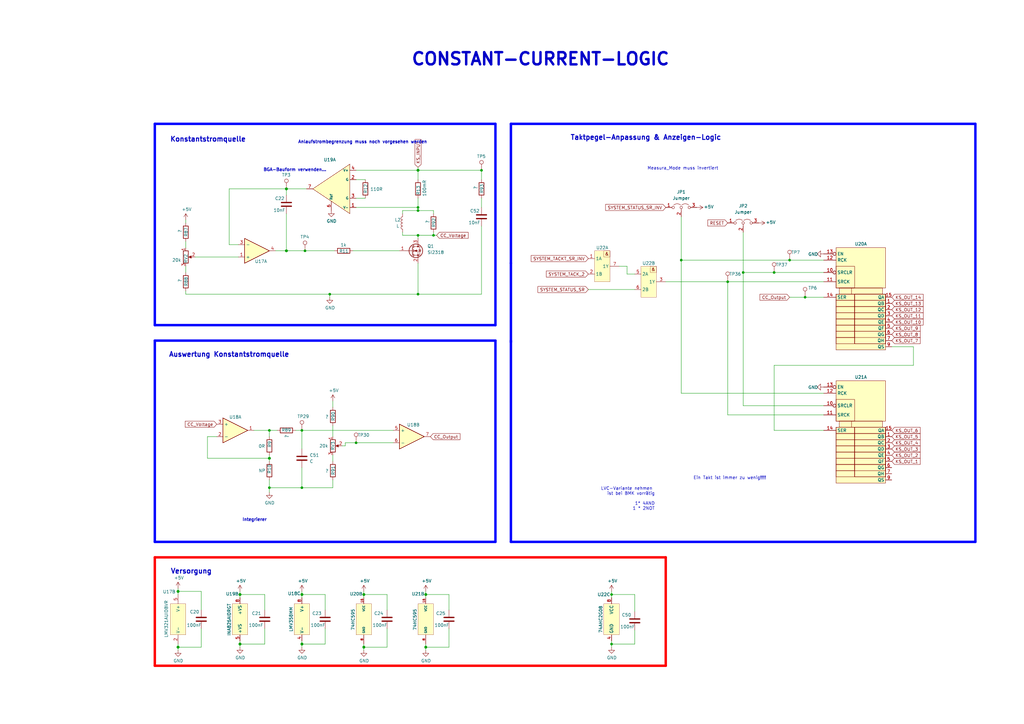
<source format=kicad_sch>
(kicad_sch (version 20210126) (generator eeschema)
  (paper "A3")
  (junction (at 73.025 242.57) (diameter 1.016))
  (junction (at 73.025 265.43) (diameter 1.016))
  (junction (at 98.425 243.84) (diameter 1.016))
  (junction (at 98.425 264.16) (diameter 1.016))
  (junction (at 110.49 176.53) (diameter 0.9144))
  (junction (at 110.49 187.96) (diameter 1.016))
  (junction (at 110.49 200.025) (diameter 0.9144))
  (junction (at 117.475 77.47) (diameter 1.016))
  (junction (at 117.475 102.87) (diameter 1.016))
  (junction (at 123.825 176.53) (diameter 0.9144))
  (junction (at 123.825 200.025) (diameter 0.9144))
  (junction (at 123.825 243.84) (diameter 1.016))
  (junction (at 123.825 264.16) (diameter 1.016))
  (junction (at 125.095 102.87) (diameter 0.9144))
  (junction (at 135.255 120.65) (diameter 0.9144))
  (junction (at 146.05 181.61) (diameter 0.9144))
  (junction (at 149.225 243.84) (diameter 1.016))
  (junction (at 149.225 265.43) (diameter 1.016))
  (junction (at 171.45 69.85) (diameter 1.016))
  (junction (at 171.45 85.09) (diameter 0.9144))
  (junction (at 171.45 86.36) (diameter 0.9144))
  (junction (at 171.45 96.52) (diameter 0.9144))
  (junction (at 171.45 120.65) (diameter 0.9144))
  (junction (at 174.625 243.84) (diameter 1.016))
  (junction (at 174.625 265.43) (diameter 1.016))
  (junction (at 177.8 96.52) (diameter 0.9144))
  (junction (at 197.485 69.85) (diameter 0.9144))
  (junction (at 250.825 243.84) (diameter 0.9144))
  (junction (at 250.825 264.16) (diameter 0.9144))
  (junction (at 279.4 106.68) (diameter 0.9144))
  (junction (at 298.45 115.57) (diameter 0.9144))
  (junction (at 304.8 111.76) (diameter 0.9144))
  (junction (at 317.5 111.76) (diameter 0.9144))
  (junction (at 323.85 106.68) (diameter 0.9144))
  (junction (at 330.2 121.92) (diameter 0.9144))
  (wire (pts (xy 73.025 241.3) (xy 73.025 242.57)))
  (wire (pts (xy 73.025 242.57) (xy 73.025 243.84)))
  (wire (pts (xy 73.025 264.16) (xy 73.025 265.43)))
  (wire (pts (xy 73.025 265.43) (xy 73.025 266.7)))
  (wire (pts (xy 76.2 90.17) (xy 76.2 91.44)))
  (wire (pts (xy 76.2 99.06) (xy 76.2 101.6)))
  (wire (pts (xy 76.2 109.22) (xy 76.2 111.76)))
  (wire (pts (xy 76.2 119.38) (xy 76.2 120.65)))
  (wire (pts (xy 76.2 120.65) (xy 135.255 120.65)))
  (wire (pts (xy 80.01 105.41) (xy 97.79 105.41)))
  (wire (pts (xy 82.55 242.57) (xy 73.025 242.57)))
  (wire (pts (xy 82.55 250.19) (xy 82.55 242.57)))
  (wire (pts (xy 82.55 257.81) (xy 82.55 265.43)))
  (wire (pts (xy 82.55 265.43) (xy 73.025 265.43)))
  (wire (pts (xy 85.09 179.07) (xy 85.09 187.96)))
  (wire (pts (xy 85.09 179.07) (xy 88.9 179.07)))
  (wire (pts (xy 85.09 187.96) (xy 110.49 187.96)))
  (wire (pts (xy 93.98 77.47) (xy 93.98 100.33)))
  (wire (pts (xy 93.98 77.47) (xy 117.475 77.47)))
  (wire (pts (xy 93.98 100.33) (xy 97.79 100.33)))
  (wire (pts (xy 98.425 242.57) (xy 98.425 243.84)))
  (wire (pts (xy 98.425 243.84) (xy 98.425 245.11)))
  (wire (pts (xy 98.425 264.16) (xy 98.425 262.89)))
  (wire (pts (xy 98.425 264.16) (xy 98.425 265.43)))
  (wire (pts (xy 104.14 176.53) (xy 110.49 176.53)))
  (wire (pts (xy 108.585 243.84) (xy 98.425 243.84)))
  (wire (pts (xy 108.585 250.19) (xy 108.585 243.84)))
  (wire (pts (xy 108.585 257.81) (xy 108.585 264.16)))
  (wire (pts (xy 108.585 264.16) (xy 98.425 264.16)))
  (wire (pts (xy 110.49 176.53) (xy 110.49 179.07)))
  (wire (pts (xy 110.49 176.53) (xy 113.665 176.53)))
  (wire (pts (xy 110.49 186.69) (xy 110.49 187.96)))
  (wire (pts (xy 110.49 187.96) (xy 110.49 189.23)))
  (wire (pts (xy 110.49 196.85) (xy 110.49 200.025)))
  (wire (pts (xy 110.49 200.025) (xy 110.49 201.93)))
  (wire (pts (xy 110.49 200.025) (xy 123.825 200.025)))
  (wire (pts (xy 113.03 102.87) (xy 117.475 102.87)))
  (wire (pts (xy 117.475 77.47) (xy 117.475 80.01)))
  (wire (pts (xy 117.475 77.47) (xy 125.73 77.47)))
  (wire (pts (xy 117.475 87.63) (xy 117.475 102.87)))
  (wire (pts (xy 117.475 102.87) (xy 125.095 102.87)))
  (wire (pts (xy 121.285 176.53) (xy 123.825 176.53)))
  (wire (pts (xy 123.825 176.53) (xy 123.825 184.15)))
  (wire (pts (xy 123.825 176.53) (xy 161.29 176.53)))
  (wire (pts (xy 123.825 191.77) (xy 123.825 200.025)))
  (wire (pts (xy 123.825 200.025) (xy 136.525 200.025)))
  (wire (pts (xy 123.825 242.57) (xy 123.825 243.84)))
  (wire (pts (xy 123.825 243.84) (xy 123.825 245.11)))
  (wire (pts (xy 123.825 262.89) (xy 123.825 264.16)))
  (wire (pts (xy 123.825 264.16) (xy 123.825 265.43)))
  (wire (pts (xy 125.095 102.87) (xy 137.16 102.87)))
  (wire (pts (xy 133.35 243.84) (xy 123.825 243.84)))
  (wire (pts (xy 133.35 250.19) (xy 133.35 243.84)))
  (wire (pts (xy 133.35 257.81) (xy 133.35 264.16)))
  (wire (pts (xy 133.35 264.16) (xy 123.825 264.16)))
  (wire (pts (xy 135.255 120.65) (xy 135.255 121.92)))
  (wire (pts (xy 135.255 120.65) (xy 171.45 120.65)))
  (wire (pts (xy 136.525 164.465) (xy 136.525 167.005)))
  (wire (pts (xy 136.525 174.625) (xy 136.525 179.07)))
  (wire (pts (xy 136.525 186.69) (xy 136.525 189.23)))
  (wire (pts (xy 136.525 196.85) (xy 136.525 200.025)))
  (wire (pts (xy 140.335 182.88) (xy 141.605 182.88)))
  (wire (pts (xy 141.605 181.61) (xy 141.605 182.88)))
  (wire (pts (xy 141.605 181.61) (xy 146.05 181.61)))
  (wire (pts (xy 144.78 102.87) (xy 163.83 102.87)))
  (wire (pts (xy 146.05 69.85) (xy 171.45 69.85)))
  (wire (pts (xy 146.05 73.66) (xy 149.86 73.66)))
  (wire (pts (xy 146.05 81.28) (xy 149.86 81.28)))
  (wire (pts (xy 146.05 85.09) (xy 171.45 85.09)))
  (wire (pts (xy 146.05 181.61) (xy 161.29 181.61)))
  (wire (pts (xy 149.225 242.57) (xy 149.225 243.84)))
  (wire (pts (xy 149.225 243.84) (xy 149.225 245.11)))
  (wire (pts (xy 149.225 264.16) (xy 149.225 265.43)))
  (wire (pts (xy 149.225 265.43) (xy 149.225 266.7)))
  (wire (pts (xy 158.75 243.84) (xy 149.225 243.84)))
  (wire (pts (xy 158.75 250.19) (xy 158.75 243.84)))
  (wire (pts (xy 158.75 257.81) (xy 158.75 265.43)))
  (wire (pts (xy 158.75 265.43) (xy 149.225 265.43)))
  (wire (pts (xy 165.1 86.36) (xy 171.45 86.36)))
  (wire (pts (xy 165.1 87.63) (xy 165.1 86.36)))
  (wire (pts (xy 165.1 95.25) (xy 165.1 96.52)))
  (wire (pts (xy 165.1 96.52) (xy 171.45 96.52)))
  (wire (pts (xy 171.45 68.58) (xy 171.45 69.85)))
  (wire (pts (xy 171.45 69.85) (xy 171.45 73.66)))
  (wire (pts (xy 171.45 69.85) (xy 197.485 69.85)))
  (wire (pts (xy 171.45 81.28) (xy 171.45 85.09)))
  (wire (pts (xy 171.45 85.09) (xy 171.45 86.36)))
  (wire (pts (xy 171.45 86.36) (xy 177.8 86.36)))
  (wire (pts (xy 171.45 96.52) (xy 171.45 97.79)))
  (wire (pts (xy 171.45 96.52) (xy 177.8 96.52)))
  (wire (pts (xy 171.45 107.95) (xy 171.45 120.65)))
  (wire (pts (xy 174.625 242.57) (xy 174.625 243.84)))
  (wire (pts (xy 174.625 243.84) (xy 174.625 245.11)))
  (wire (pts (xy 174.625 264.16) (xy 174.625 265.43)))
  (wire (pts (xy 174.625 265.43) (xy 174.625 266.7)))
  (wire (pts (xy 177.8 87.63) (xy 177.8 86.36)))
  (wire (pts (xy 177.8 95.25) (xy 177.8 96.52)))
  (wire (pts (xy 177.8 96.52) (xy 179.07 96.52)))
  (wire (pts (xy 184.15 243.84) (xy 174.625 243.84)))
  (wire (pts (xy 184.15 250.19) (xy 184.15 243.84)))
  (wire (pts (xy 184.15 257.81) (xy 184.15 265.43)))
  (wire (pts (xy 184.15 265.43) (xy 174.625 265.43)))
  (wire (pts (xy 197.485 69.85) (xy 197.485 73.66)))
  (wire (pts (xy 197.485 81.28) (xy 197.485 85.09)))
  (wire (pts (xy 197.485 92.71) (xy 197.485 120.65)))
  (wire (pts (xy 197.485 120.65) (xy 171.45 120.65)))
  (wire (pts (xy 241.3 118.745) (xy 260.35 118.745)))
  (wire (pts (xy 250.825 242.57) (xy 250.825 243.84)))
  (wire (pts (xy 250.825 243.84) (xy 250.825 245.11)))
  (wire (pts (xy 250.825 262.89) (xy 250.825 264.16)))
  (wire (pts (xy 250.825 264.16) (xy 250.825 265.43)))
  (wire (pts (xy 254 109.22) (xy 257.175 109.22)))
  (wire (pts (xy 257.175 109.22) (xy 257.175 112.395)))
  (wire (pts (xy 257.175 112.395) (xy 260.35 112.395)))
  (wire (pts (xy 260.35 243.84) (xy 250.825 243.84)))
  (wire (pts (xy 260.35 250.825) (xy 260.35 243.84)))
  (wire (pts (xy 260.35 258.445) (xy 260.35 264.16)))
  (wire (pts (xy 260.35 264.16) (xy 250.825 264.16)))
  (wire (pts (xy 273.05 115.57) (xy 298.45 115.57)))
  (wire (pts (xy 279.4 88.9) (xy 279.4 106.68)))
  (wire (pts (xy 279.4 106.68) (xy 279.4 161.29)))
  (wire (pts (xy 279.4 106.68) (xy 323.85 106.68)))
  (wire (pts (xy 279.4 161.29) (xy 337.82 161.29)))
  (wire (pts (xy 298.45 115.57) (xy 298.45 170.18)))
  (wire (pts (xy 298.45 115.57) (xy 337.82 115.57)))
  (wire (pts (xy 298.45 170.18) (xy 337.82 170.18)))
  (wire (pts (xy 304.8 111.76) (xy 304.8 95.25)))
  (wire (pts (xy 304.8 111.76) (xy 317.5 111.76)))
  (wire (pts (xy 304.8 166.37) (xy 304.8 111.76)))
  (wire (pts (xy 317.5 111.76) (xy 337.82 111.76)))
  (wire (pts (xy 317.5 149.86) (xy 317.5 176.53)))
  (wire (pts (xy 317.5 176.53) (xy 337.82 176.53)))
  (wire (pts (xy 323.85 106.68) (xy 337.82 106.68)))
  (wire (pts (xy 323.85 121.92) (xy 330.2 121.92)))
  (wire (pts (xy 330.2 121.92) (xy 337.82 121.92)))
  (wire (pts (xy 337.82 166.37) (xy 304.8 166.37)))
  (wire (pts (xy 365.76 142.24) (xy 374.65 142.24)))
  (wire (pts (xy 374.65 142.24) (xy 374.65 149.86)))
  (wire (pts (xy 374.65 149.86) (xy 317.5 149.86)))
  (polyline (pts (xy 63.5 50.8) (xy 63.5 133.35)) (stroke (width 1) (type solid) (color 0 0 255 1)))
  (polyline (pts (xy 63.5 50.8) (xy 203.2 50.8)) (stroke (width 1) (type solid) (color 0 0 255 1)))
  (polyline (pts (xy 63.5 139.7) (xy 63.5 222.25)) (stroke (width 1) (type solid) (color 0 0 255 1)))
  (polyline (pts (xy 63.5 139.7) (xy 203.2 139.7)) (stroke (width 1) (type solid) (color 0 0 255 1)))
  (polyline (pts (xy 63.5 228.6) (xy 63.5 273.05)) (stroke (width 1) (type solid) (color 255 0 0 1)))
  (polyline (pts (xy 63.5 228.6) (xy 273.05 228.6)) (stroke (width 1) (type solid) (color 255 0 0 1)))
  (polyline (pts (xy 63.5 273.05) (xy 273.05 273.05)) (stroke (width 1) (type solid) (color 255 0 0 1)))
  (polyline (pts (xy 203.2 50.8) (xy 203.2 133.35)) (stroke (width 1) (type solid) (color 0 0 255 1)))
  (polyline (pts (xy 203.2 133.35) (xy 63.5 133.35)) (stroke (width 1) (type solid) (color 0 0 255 1)))
  (polyline (pts (xy 203.2 139.7) (xy 203.2 222.25)) (stroke (width 1) (type solid) (color 0 0 255 1)))
  (polyline (pts (xy 203.2 222.25) (xy 63.5 222.25)) (stroke (width 1) (type solid) (color 0 0 255 1)))
  (polyline (pts (xy 209.55 50.8) (xy 209.55 107.95)) (stroke (width 1) (type solid) (color 0 0 255 1)))
  (polyline (pts (xy 209.55 50.8) (xy 400.05 50.8)) (stroke (width 1) (type solid) (color 0 0 255 1)))
  (polyline (pts (xy 209.55 139.7) (xy 209.55 222.25)) (stroke (width 1) (type solid) (color 0 0 255 1)))
  (polyline (pts (xy 209.55 140.335) (xy 209.55 107.95)) (stroke (width 1) (type solid) (color 0 0 255 1)))
  (polyline (pts (xy 209.55 222.25) (xy 400.05 222.25)) (stroke (width 1) (type solid) (color 0 0 255 1)))
  (polyline (pts (xy 273.05 273.05) (xy 273.05 228.6)) (stroke (width 1) (type solid) (color 255 0 0 1)))
  (polyline (pts (xy 400.05 222.25) (xy 400.05 50.8)) (stroke (width 1) (type solid) (color 0 0 255 1)))
  (text "Versorgung\n" (at 86.995 235.585 180) (effects (font (size 2 2) (thickness 0.4) bold) (justify right bottom)))
  (text "Konstantstromquelle\n" (at 100.965 58.42 180) (effects (font (size 2 2) (thickness 0.4) bold) (justify right bottom)))
  (text "Integrierer \n" (at 110.49 213.995 180) (effects (font (size 1.27 1.27) (thickness 0.254) bold) (justify right bottom)))
  (text "Auswertung Konstantstromquelle\n" (at 118.745 146.685 180) (effects (font (size 2 2) (thickness 0.4) bold) (justify right bottom)))
  (text "BGA-Bauform verwenden...\n" (at 133.985 70.485 180) (effects (font (size 1.27 1.27) (thickness 0.254) bold) (justify right bottom)))
  (text "Anlaufstrombegrenzung muss noch vorgesehen werden\n" (at 175.26 59.055 0) (effects (font (size 1.27 1.27) (thickness 0.254) bold) (justify right bottom)))
  (text "LVC-Variante nehmen \nist bei BMK vorrätig\n\n1* 4AND\n1 * 2NOT\n\n" (at 268.605 211.455 0) (effects (font (size 1.27 1.27)) (justify right bottom)))
  (text "CONSTANT-CURRENT-LOGIC\n" (at 274.955 27.305 180) (effects (font (size 5 5) (thickness 1) bold) (justify right bottom)))
  (text "Measura_Mode muss invertiert\n" (at 294.64 69.85 180) (effects (font (size 1.27 1.27)) (justify right bottom)))
  (text "Taktpegel-Anpassung & Anzeigen-Logic\n\n \n" (at 295.91 64.135 180) (effects (font (size 2 2) (thickness 0.4) bold) (justify right bottom)))
  (text "Ein Takt ist immer zu wenig!!!!\n" (at 314.325 196.85 180) (effects (font (size 1.27 1.27)) (justify right bottom)))
  (global_label "CC_Voltage" (shape input) (at 88.9 173.99 180) (property "Intersheet References" "${INTERSHEET_REFS}" (effects hide)))
  (global_label "KS_INPUT" (shape input) (at 171.45 68.58 90) (property "Intersheet References" "${INTERSHEET_REFS}" (effects hide)))
  (global_label "CC_Output" (shape input) (at 176.53 179.07 0) (property "Intersheet References" "${INTERSHEET_REFS}" (effects hide)))
  (global_label "CC_Voltage" (shape input) (at 179.07 96.52 0) (property "Intersheet References" "${INTERSHEET_REFS}" (effects hide)))
  (global_label "SYSTEM_TACKT_SR_INV" (shape input) (at 241.3 106.045 180) (property "Intersheet References" "${INTERSHEET_REFS}" (effects hide)))
  (global_label "SYSTEM_TACK_2" (shape input) (at 241.3 112.395 180) (property "Intersheet References" "${INTERSHEET_REFS}" (effects hide)))
  (global_label "SYSTEM_STATUS_SR" (shape input) (at 241.3 118.745 180) (property "Intersheet References" "${INTERSHEET_REFS}" (effects hide)))
  (global_label "SYSTEM_STATUS_SR_INV" (shape input) (at 273.05 85.09 180) (property "Intersheet References" "${INTERSHEET_REFS}" (effects hide)))
  (global_label "RESET" (shape input) (at 298.45 91.44 180) (property "Intersheet References" "${INTERSHEET_REFS}" (effects hide)))
  (global_label "CC_Output" (shape input) (at 323.85 121.92 180) (property "Intersheet References" "${INTERSHEET_REFS}" (effects hide)))
  (global_label "KS_OUT_14" (shape input) (at 365.76 121.92 0) (property "Intersheet References" "${INTERSHEET_REFS}" (effects hide)))
  (global_label "KS_OUT_13" (shape input) (at 365.76 124.46 0) (property "Intersheet References" "${INTERSHEET_REFS}" (effects hide)))
  (global_label "KS_OUT_12" (shape input) (at 365.76 127 0) (property "Intersheet References" "${INTERSHEET_REFS}" (effects hide)))
  (global_label "KS_OUT_11" (shape input) (at 365.76 129.54 0) (property "Intersheet References" "${INTERSHEET_REFS}" (effects hide)))
  (global_label "KS_OUT_10" (shape input) (at 365.76 132.08 0) (property "Intersheet References" "${INTERSHEET_REFS}" (effects hide)))
  (global_label "KS_OUT_9" (shape input) (at 365.76 134.62 0) (property "Intersheet References" "${INTERSHEET_REFS}" (effects hide)))
  (global_label "KS_OUT_8" (shape input) (at 365.76 137.16 0) (property "Intersheet References" "${INTERSHEET_REFS}" (effects hide)))
  (global_label "KS_OUT_7" (shape input) (at 365.76 139.7 0) (property "Intersheet References" "${INTERSHEET_REFS}" (effects hide)))
  (global_label "KS_OUT_6" (shape input) (at 365.76 176.53 0) (property "Intersheet References" "${INTERSHEET_REFS}" (effects hide)))
  (global_label "KS_OUT_5" (shape input) (at 365.76 179.07 0) (property "Intersheet References" "${INTERSHEET_REFS}" (effects hide)))
  (global_label "KS_OUT_4" (shape input) (at 365.76 181.61 0) (property "Intersheet References" "${INTERSHEET_REFS}" (effects hide)))
  (global_label "KS_OUT_3" (shape input) (at 365.76 184.15 0) (property "Intersheet References" "${INTERSHEET_REFS}" (effects hide)))
  (global_label "KS_OUT_2" (shape input) (at 365.76 186.69 0) (property "Intersheet References" "${INTERSHEET_REFS}" (effects hide)))
  (global_label "KS_OUT_1" (shape input) (at 365.76 189.23 0) (property "Intersheet References" "${INTERSHEET_REFS}" (effects hide)))
  (symbol (lib_id "Connector:TestPoint") (at 117.475 77.47 0) (unit 1)
    (property "Reference" "TP3" (at 115.57 71.755 0) (effects (justify left)))
    (property "Value" "TestPoint" (effects hide))
    (property "Footprint" "TestPoint:TestPoint_Pad_D1.0mm" (effects hide))
    (property "BMK-Nr" "-" (effects hide))
    (property "Mouser" "-" (effects hide))
  )
  (symbol (lib_id "Connector:TestPoint") (at 123.825 176.53 0) (unit 1)
    (property "Reference" "TP29" (at 121.92 170.815 0) (effects (justify left)))
    (property "Value" "TestPoint" (effects hide))
    (property "Footprint" "TestPoint:TestPoint_Pad_D1.0mm" (effects hide))
    (property "BMK-Nr" "-" (effects hide))
    (property "Mouser" "-" (effects hide))
  )
  (symbol (lib_id "Connector:TestPoint") (at 125.095 102.87 0) (unit 1)
    (property "Reference" "TP4" (at 123.19 97.155 0) (effects (justify left)))
    (property "Value" "TestPoint" (effects hide))
    (property "Footprint" "TestPoint:TestPoint_Pad_D1.0mm" (effects hide))
    (property "BMK-Nr" "-" (effects hide))
    (property "Mouser" "-" (effects hide))
  )
  (symbol (lib_id "Connector:TestPoint") (at 146.05 181.61 0) (unit 1)
    (property "Reference" "TP30" (at 146.685 178.435 0) (effects (justify left)))
    (property "Value" "TestPoint" (effects hide))
    (property "Footprint" "TestPoint:TestPoint_Pad_D1.0mm" (effects hide))
    (property "BMK-Nr" "-" (effects hide))
    (property "Mouser" "-" (effects hide))
  )
  (symbol (lib_id "Connector:TestPoint") (at 197.485 69.85 0) (unit 1)
    (property "Reference" "TP5" (at 195.58 64.135 0) (effects (justify left)))
    (property "Value" "TestPoint" (effects hide))
    (property "Footprint" "TestPoint:TestPoint_Pad_D1.0mm" (effects hide))
    (property "BMK-Nr" "-" (effects hide))
    (property "Mouser" "-" (effects hide))
  )
  (symbol (lib_id "Connector:TestPoint") (at 298.45 115.57 0) (unit 1)
    (property "Reference" "TP36" (at 299.085 112.395 0) (effects (justify left)))
    (property "Value" "TestPoint" (effects hide))
    (property "Footprint" "TestPoint:TestPoint_Pad_D1.0mm" (effects hide))
    (property "BMK-Nr" "-" (effects hide))
    (property "Mouser" "-" (effects hide))
  )
  (symbol (lib_id "Connector:TestPoint") (at 317.5 111.76 0) (unit 1)
    (property "Reference" "TP37" (at 318.135 108.585 0) (effects (justify left)))
    (property "Value" "TestPoint" (effects hide))
    (property "Footprint" "TestPoint:TestPoint_Pad_D1.0mm" (effects hide))
    (property "BMK-Nr" "-" (effects hide))
    (property "Mouser" "-" (effects hide))
  )
  (symbol (lib_id "Connector:TestPoint") (at 323.85 106.68 0) (unit 1)
    (property "Reference" "TP7" (at 324.485 103.505 0) (effects (justify left)))
    (property "Value" "TestPoint" (effects hide))
    (property "Footprint" "TestPoint:TestPoint_Pad_D1.0mm" (effects hide))
    (property "BMK-Nr" "-" (effects hide))
    (property "Mouser" "-" (effects hide))
  )
  (symbol (lib_id "Connector:TestPoint") (at 330.2 121.92 0) (unit 1)
    (property "Reference" "TP6" (at 331.47 118.11 0) (effects (justify left)))
    (property "Value" "TestPoint" (effects hide))
    (property "Footprint" "TestPoint:TestPoint_Pad_D1.0mm" (effects hide))
    (property "BMK-Nr" "-" (effects hide))
    (property "Mouser" "-" (effects hide))
  )
  (symbol (lib_id "power:+5V") (at 73.025 241.3 0) (unit 1)
    (property "Reference" "#PWR051" (effects hide))
    (property "Value" "+5V" (at 73.3933 236.9756 0))
  )
  (symbol (lib_id "power:+5V") (at 76.2 90.17 0) (unit 1)
    (property "Reference" "#PWR053" (effects hide))
    (property "Value" "+5V" (at 76.5683 85.8456 0))
  )
  (symbol (lib_id "power:+5V") (at 98.425 242.57 0) (unit 1)
    (property "Reference" "#PWR054" (effects hide))
    (property "Value" "+5V" (at 98.7933 238.2456 0))
  )
  (symbol (lib_id "power:+5V") (at 123.825 242.57 0) (unit 1)
    (property "Reference" "#PWR057" (effects hide))
    (property "Value" "+5V" (at 124.1933 238.2456 0))
  )
  (symbol (lib_id "power:+5V") (at 136.525 164.465 0) (unit 1)
    (property "Reference" "#PWR059" (effects hide))
    (property "Value" "+5V" (at 136.8933 160.1406 0))
  )
  (symbol (lib_id "power:+5V") (at 149.225 242.57 0) (unit 1)
    (property "Reference" "#PWR062" (effects hide))
    (property "Value" "+5V" (at 149.5933 238.2456 0))
  )
  (symbol (lib_id "power:+5V") (at 174.625 242.57 0) (unit 1)
    (property "Reference" "#PWR064" (effects hide))
    (property "Value" "+5V" (at 174.9933 238.2456 0))
  )
  (symbol (lib_id "power:+5V") (at 250.825 242.57 0) (unit 1)
    (property "Reference" "#PWR023" (effects hide))
    (property "Value" "+5V" (at 251.1933 238.2456 0))
  )
  (symbol (lib_id "power:+5V") (at 285.75 85.09 270) (unit 1)
    (property "Reference" "#PWR0124" (effects hide))
    (property "Value" "+5V" (at 290.7094 84.8233 90))
  )
  (symbol (lib_id "power:+5V") (at 311.15 91.44 270) (unit 1)
    (property "Reference" "#PWR0125" (effects hide))
    (property "Value" "+5V" (at 316.1094 91.1733 90))
  )
  (symbol (lib_id "Device:L") (at 165.1 91.44 0) (mirror y) (unit 1)
    (property "Reference" "L2" (at 161.925 90.17 0) (effects (justify right)))
    (property "Value" "L" (at 162.56 92.71 0) (effects (justify right)))
    (property "Footprint" "Inductor_SMD:L_TDK_NLV32_3.2x2.5mm" (effects hide))
  )
  (symbol (lib_id "power:GND") (at 73.025 266.7 0) (unit 1)
    (property "Reference" "#PWR052" (effects hide))
    (property "Value" "GND" (at 73.1393 271.0244 0))
  )
  (symbol (lib_id "power:GND") (at 98.425 265.43 0) (unit 1)
    (property "Reference" "#PWR055" (effects hide))
    (property "Value" "GND" (at 98.5393 269.7544 0))
  )
  (symbol (lib_id "power:GND") (at 110.49 201.93 0) (unit 1)
    (property "Reference" "#PWR056" (effects hide))
    (property "Value" "GND" (at 110.6043 206.2544 0))
  )
  (symbol (lib_id "power:GND") (at 123.825 265.43 0) (unit 1)
    (property "Reference" "#PWR058" (effects hide))
    (property "Value" "GND" (at 123.9393 269.7544 0))
  )
  (symbol (lib_id "power:GND") (at 135.255 121.92 0) (unit 1)
    (property "Reference" "#PWR060" (effects hide))
    (property "Value" "GND" (at 135.3693 126.2444 0))
  )
  (symbol (lib_id "power:GND") (at 135.89 86.36 0) (unit 1)
    (property "Reference" "#PWR061" (effects hide))
    (property "Value" "GND" (at 136.0043 90.6844 0))
  )
  (symbol (lib_id "power:GND") (at 149.225 266.7 0) (unit 1)
    (property "Reference" "#PWR063" (effects hide))
    (property "Value" "GND" (at 149.3393 271.0244 0))
  )
  (symbol (lib_id "power:GND") (at 174.625 266.7 0) (unit 1)
    (property "Reference" "#PWR065" (effects hide))
    (property "Value" "GND" (at 174.7393 271.0244 0))
  )
  (symbol (lib_id "power:GND") (at 250.825 265.43 0) (unit 1)
    (property "Reference" "#PWR024" (effects hide))
    (property "Value" "GND" (at 250.9393 269.7544 0))
  )
  (symbol (lib_id "power:GND") (at 337.82 104.14 270) (unit 1)
    (property "Reference" "#PWR070" (effects hide))
    (property "Value" "GND" (at 333.4956 104.2543 90))
  )
  (symbol (lib_id "power:GND") (at 337.82 158.75 270) (unit 1)
    (property "Reference" "#PWR072" (effects hide))
    (property "Value" "GND" (at 333.4956 158.8643 90))
  )
  (symbol (lib_id "Device:R") (at 76.2 95.25 180) (unit 1)
    (property "Reference" "R87" (at 76.3269 93.2244 90) (effects (justify left)))
    (property "Value" "?" (at 73.787 94.101 90) (effects (justify left)))
    (property "Footprint" "Resistor_SMD:R_0603_1608Metric_Pad0.98x0.95mm_HandSolder" (effects hide))
    (property "BMK-Nr" "BS" (effects hide))
    (property "Mouser" "-" (effects hide))
  )
  (symbol (lib_id "Device:R") (at 76.2 115.57 180) (unit 1)
    (property "Reference" "R88" (at 76.3269 113.5444 90) (effects (justify left)))
    (property "Value" "?" (at 73.787 114.421 90) (effects (justify left)))
    (property "Footprint" "Resistor_SMD:R_0603_1608Metric_Pad0.98x0.95mm_HandSolder" (effects hide))
    (property "BMK-Nr" "BS" (effects hide))
    (property "Mouser" "-" (effects hide))
  )
  (symbol (lib_name "Device:R_1") (lib_id "Device:R") (at 110.49 182.88 180) (unit 1)
    (property "Reference" "R9" (at 110.6169 180.8544 90) (effects (justify left)))
    (property "Value" "0R" (at 108.712 183.001 0) (effects (justify left)))
    (property "Footprint" "Resistor_SMD:R_0603_1608Metric_Pad0.98x0.95mm_HandSolder" (effects hide))
    (property "BMK-Nr" "BS" (effects hide))
    (property "Mouser" "-" (effects hide))
  )
  (symbol (lib_name "Device:R_2") (lib_id "Device:R") (at 110.49 193.04 0) (unit 1)
    (property "Reference" "R10" (at 110.49 194.31 90) (effects (justify left)))
    (property "Value" "NP" (at 106.045 193.04 0) (effects (justify left)))
    (property "Footprint" "Resistor_SMD:R_0603_1608Metric_Pad0.98x0.95mm_HandSolder" (effects hide))
    (property "BMK-Nr" "BS" (effects hide))
    (property "Mouser" "-" (effects hide))
  )
  (symbol (lib_name "Device:R_1") (lib_id "Device:R") (at 117.475 176.53 270) (unit 1)
    (property "Reference" "R89" (at 115.4494 176.4031 90) (effects (justify left)))
    (property "Value" "?" (at 117.596 178.308 0) (effects (justify left)))
    (property "Footprint" "Resistor_SMD:R_0603_1608Metric_Pad0.98x0.95mm_HandSolder" (effects hide))
    (property "BMK-Nr" "BS" (effects hide))
    (property "Mouser" "-" (effects hide))
  )
  (symbol (lib_name "Device:R_1") (lib_id "Device:R") (at 136.525 170.815 180) (unit 1)
    (property "Reference" "R90" (at 136.6519 168.7894 90) (effects (justify left)))
    (property "Value" "?" (at 134.747 170.936 0) (effects (justify left)))
    (property "Footprint" "Resistor_SMD:R_0603_1608Metric_Pad0.98x0.95mm_HandSolder" (effects hide))
    (property "BMK-Nr" "BS" (effects hide))
    (property "Mouser" "-" (effects hide))
  )
  (symbol (lib_name "Device:R_1") (lib_id "Device:R") (at 136.525 193.04 180) (unit 1)
    (property "Reference" "R91" (at 136.6519 191.0144 90) (effects (justify left)))
    (property "Value" "?" (at 134.747 193.161 0) (effects (justify left)))
    (property "Footprint" "Resistor_SMD:R_0603_1608Metric_Pad0.98x0.95mm_HandSolder" (effects hide))
    (property "BMK-Nr" "BS" (effects hide))
    (property "Mouser" "-" (effects hide))
  )
  (symbol (lib_id "Device:R") (at 140.97 102.87 90) (unit 1)
    (property "Reference" "R11" (at 142.9956 102.9969 90) (effects (justify left)))
    (property "Value" "1k" (at 142.119 100.457 90) (effects (justify left)))
    (property "Footprint" "Resistor_SMD:R_0603_1608Metric_Pad0.98x0.95mm_HandSolder" (effects hide))
    (property "BMK-Nr" "BS" (effects hide))
    (property "Mouser" "-" (effects hide))
  )
  (symbol (lib_name "Device:R_4") (lib_id "Device:R") (at 149.86 77.47 180) (unit 1)
    (property "Reference" "R12" (at 149.9869 75.4444 90) (effects (justify left)))
    (property "Value" "110R" (at 156.972 77.591 0) (effects (justify left)))
    (property "Footprint" "Resistor_SMD:R_0603_1608Metric_Pad0.98x0.95mm_HandSolder" (effects hide))
    (property "BMK-Nr" "BS" (effects hide))
    (property "Mouser" "-" (effects hide))
  )
  (symbol (lib_name "Device:R_3") (lib_id "Device:R") (at 171.45 77.47 180) (unit 1)
    (property "Reference" "R13" (at 171.5769 76.0794 90) (effects (justify left)))
    (property "Value" "100mR" (at 174.117 73.781 90) (effects (justify left)))
    (property "Footprint" "Resistor_SMD:R_1206_3216Metric_Pad1.30x1.75mm_HandSolder" (effects hide))
    (property "BMK-Nr" "01-1901-3" (effects hide))
    (property "Mouser" "-" (effects hide))
  )
  (symbol (lib_id "Device:R") (at 177.8 91.44 180) (unit 1)
    (property "Reference" "R92" (at 177.9269 89.4144 90) (effects (justify left)))
    (property "Value" "?" (at 175.387 90.291 90) (effects (justify left)))
    (property "Footprint" "Resistor_SMD:R_0603_1608Metric_Pad0.98x0.95mm_HandSolder" (effects hide))
    (property "BMK-Nr" "BS" (effects hide))
    (property "Mouser" "-" (effects hide))
  )
  (symbol (lib_id "Device:R") (at 197.485 77.47 180) (unit 1)
    (property "Reference" "R93" (at 197.6119 75.4444 90) (effects (justify left)))
    (property "Value" "?" (at 195.072 76.321 90) (effects (justify left)))
    (property "Footprint" "Resistor_SMD:R_0603_1608Metric_Pad0.98x0.95mm_HandSolder" (effects hide))
    (property "BMK-Nr" "BS" (effects hide))
    (property "Mouser" "-" (effects hide))
  )
  (symbol (lib_name "Device:C_2") (lib_id "Device:C") (at 82.55 254 0) (unit 1)
    (property "Reference" "C20" (at 77.8511 250.9456 0) (effects (justify left)))
    (property "Value" "100nF" (at 76.581 256.419 0) (effects (justify left)))
    (property "Footprint" "Capacitor_SMD:C_0603_1608Metric_Pad1.08x0.95mm_HandSolder" (effects hide))
    (property "BMK-Nr" "BS" (effects hide))
  )
  (symbol (lib_name "Device:C_4") (lib_id "Device:C") (at 108.585 254 0) (unit 1)
    (property "Reference" "C21" (at 103.2511 251.5806 0) (effects (justify left)))
    (property "Value" "100nF" (at 101.981 256.419 0) (effects (justify left)))
    (property "Footprint" "Capacitor_SMD:C_0603_1608Metric_Pad1.08x0.95mm_HandSolder" (effects hide))
    (property "BMK-Nr" "BS" (effects hide))
  )
  (symbol (lib_name "Device:C_6") (lib_id "Device:C") (at 117.475 83.82 0) (unit 1)
    (property "Reference" "C22" (at 112.7761 81.4006 0) (effects (justify left)))
    (property "Value" "10nF" (at 112.141 86.239 0) (effects (justify left)))
    (property "Footprint" "Capacitor_SMD:C_0603_1608Metric_Pad1.08x0.95mm_HandSolder" (effects hide))
    (property "BMK-Nr" "BS" (effects hide))
  )
  (symbol (lib_name "Device:C_9") (lib_id "Device:C") (at 123.825 187.96 0) (unit 1)
    (property "Reference" "C51" (at 127 186.69 0) (effects (justify left)))
    (property "Value" "C" (at 127 189.23 0) (effects (justify left)))
    (property "Footprint" "Capacitor_SMD:C_0603_1608Metric_Pad1.08x0.95mm_HandSolder" (effects hide))
  )
  (symbol (lib_name "Device:C_3") (lib_id "Device:C") (at 133.35 254 0) (unit 1)
    (property "Reference" "C23" (at 128.0161 251.5806 0) (effects (justify left)))
    (property "Value" "100nF" (at 127.381 256.419 0) (effects (justify left)))
    (property "Footprint" "Capacitor_SMD:C_0603_1608Metric_Pad1.08x0.95mm_HandSolder" (effects hide))
    (property "BMK-Nr" "BS" (effects hide))
  )
  (symbol (lib_name "Device:C_1") (lib_id "Device:C") (at 158.75 254 0) (unit 1)
    (property "Reference" "C24" (at 153.4161 251.5806 0) (effects (justify left)))
    (property "Value" "100nF" (at 152.781 256.419 0) (effects (justify left)))
    (property "Footprint" "Capacitor_SMD:C_0603_1608Metric_Pad1.08x0.95mm_HandSolder" (effects hide))
    (property "BMK-Nr" "BS" (effects hide))
  )
  (symbol (lib_name "Device:C_5") (lib_id "Device:C") (at 184.15 254 0) (unit 1)
    (property "Reference" "C25" (at 178.8161 251.5806 0) (effects (justify left)))
    (property "Value" "100nF" (at 178.181 256.419 0) (effects (justify left)))
    (property "Footprint" "Capacitor_SMD:C_0603_1608Metric_Pad1.08x0.95mm_HandSolder" (effects hide))
    (property "BMK-Nr" "BS" (effects hide))
  )
  (symbol (lib_name "Device:C_6") (lib_id "Device:C") (at 197.485 88.9 0) (unit 1)
    (property "Reference" "C52" (at 192.7861 86.4806 0) (effects (justify left)))
    (property "Value" "10nF" (at 192.151 91.319 0) (effects (justify left)))
    (property "Footprint" "Capacitor_SMD:C_0603_1608Metric_Pad1.08x0.95mm_HandSolder" (effects hide))
    (property "BMK-Nr" "BS" (effects hide))
  )
  (symbol (lib_name "Device:C_8") (lib_id "Device:C") (at 260.35 254.635 0) (unit 1)
    (property "Reference" "C50" (at 255.0161 252.2156 0) (effects (justify left)))
    (property "Value" "100nF" (at 254.381 257.054 0) (effects (justify left)))
    (property "Footprint" "Capacitor_SMD:C_0603_1608Metric_Pad1.08x0.95mm_HandSolder" (effects hide))
    (property "BMK-Nr" "BS" (effects hide))
  )
  (symbol (lib_id "Device:R_Potentiometer") (at 76.2 105.41 0) (unit 1)
    (property "Reference" "RV2" (at 76.2 104.14 90) (effects (justify right)))
    (property "Value" "20k" (at 74.295 106.68 0) (effects (justify right)))
    (property "Footprint" "Potentiometer_THT:Potentiometer_ACP_CA6-H2,5_Horizontal" (effects hide))
  )
  (symbol (lib_id "Device:R_Potentiometer") (at 136.525 182.88 0) (unit 1)
    (property "Reference" "RV3" (at 136.525 180.975 90) (effects (justify right)))
    (property "Value" "20k" (at 134.62 182.88 0) (effects (justify right)))
    (property "Footprint" "Potentiometer_THT:Potentiometer_ACP_CA6-H2,5_Horizontal" (effects hide))
  )
  (symbol (lib_id "Jumper:Jumper_3_Open") (at 279.4 85.09 0) (unit 1)
    (property "Reference" "JP1" (at 279.4 78.74 0))
    (property "Value" "Jumper" (at 279.4 81.28 0))
    (property "Footprint" "Jumper:SolderJumper-3_P1.3mm_Open_RoundedPad1.0x1.5mm" (effects hide))
  )
  (symbol (lib_id "Jumper:Jumper_3_Open") (at 304.8 91.44 0) (unit 1)
    (property "Reference" "JP2" (at 304.8 84.455 0))
    (property "Value" "Jumper" (at 304.8 86.995 0))
    (property "Footprint" "Jumper:SolderJumper-3_P1.3mm_Open_RoundedPad1.0x1.5mm" (effects hide))
  )
  (symbol (lib_id "Transistor_FET:BSS123") (at 168.91 102.87 0) (unit 1)
    (property "Reference" "Q1" (at 175.26 100.965 0) (effects (justify left)))
    (property "Value" "SI2318" (at 175.26 103.505 0) (effects (justify left)))
    (property "Footprint" "Package_TO_SOT_SMD:SOT-23" (effects hide))
    (property "Datasheet" "http://www.diodes.com/assets/Datasheets/ds30366.pdf" (effects hide))
    (property "BMK-Nr" "08-8668" (effects hide))
    (property "Mouser" "781-SI2318CDS-T1-GE3" (effects hide))
  )
  (symbol (lib_name "Kabeltester:INA826AIDRGT_1") (lib_id "Kabeltester:INA826AIDRGT") (at 98.425 254 0) (mirror y) (unit 2)
    (property "Reference" "U19" (at 95.25 243.5668 0))
    (property "Value" "INA826AIDRGT" (at 93.98 254.1205 90))
    (property "Footprint" "Package_DFN_QFN:DFN-8-1EP_2x2mm_P0.5mm_EP0.6x1.2mm" (effects hide))
    (property "Datasheet" "https://www.ti.com/lit/ds/symlink/ina826.pdf?HQS=dis-mous-null-mousermode-dsf-pf-null-wwe&ts=1614456081708&ref_url=https%253A%252F%252Fwww.mouser.de%252F" (effects hide))
    (property "BMK-Nr" "07-1477 / 07-2138" (effects hide))
    (property "Mouser" "595-INA826AIDGK" (effects hide))
  )
  (symbol (lib_name "Kabeltester:LMV358MM_1") (lib_id "Kabeltester:LMV358MM") (at 123.825 254 0) (unit 3)
    (property "Reference" "U18" (at 120.65 243.4398 0))
    (property "Value" "LMV358MM" (at 119.38 253.9935 90))
    (property "Footprint" "Package_SO:SOIC-8_3.9x4.9mm_P1.27mm" (effects hide))
    (property "Datasheet" "https://www.ti.com/lit/ds/symlink/lmv358-n.pdf?HQS=dis-mous-null-mousermode-dsf-pf-null-wwe&ts=1614455074608&ref_url=https%253A%252F%252Fwww.mouser.de%252F" (effects hide))
    (property "BMK-Nr" "11-0573" (effects hide))
    (property "Mouser" "926-LMV358MMX/NOPB" (effects hide))
  )
  (symbol (lib_id "Kabeltester:74AHC2G08") (at 250.825 254 0) (unit 3)
    (property "Reference" "U22" (at 247.65 243.84 0))
    (property "Value" "74AHC2G08" (at 246.38 254 90))
    (property "Footprint" "Package_SO:VSSOP-8_2.4x2.1mm_P0.5mm" (effects hide))
    (property "Datasheet" "https://www.mouser.de/datasheet/2/916/74AHC_AHCT2G08-1318688.pdf" (effects hide))
    (property "BMK-Nr" "-" (effects hide))
    (property "Mouser" "771-AHC2G08DC125" (effects hide))
  )
  (symbol (lib_name "Kabeltester:74HC595_1") (lib_id "Kabeltester:74HC595") (at 149.225 254 0) (unit 2)
    (property "Reference" "U20" (at 146.05 243.5668 0))
    (property "Value" "74HC595" (at 144.78 254.1205 90))
    (property "Footprint" "Package_SO:TSSOP-16_4.4x5mm_P0.65mm" (effects hide))
    (property "Datasheet" "https://www.ti.com/lit/ds/symlink/sn74hc595.pdf?HQS=dis-mous-null-mousermode-dsf-pf-null-wwe&ts=1614415789163" (effects hide))
    (property "BMK-Nr" "06-0831" (effects hide))
    (property "Mouser" "595-CD74HC595M96" (effects hide))
  )
  (symbol (lib_name "Kabeltester:74HC595_2") (lib_id "Kabeltester:74HC595") (at 174.625 254 0) (unit 2)
    (property "Reference" "U21" (at 171.45 243.5668 0))
    (property "Value" "74HC595" (at 170.18 254.1205 90))
    (property "Footprint" "Package_SO:TSSOP-16_4.4x5mm_P0.65mm" (effects hide))
    (property "Datasheet" "https://www.ti.com/lit/ds/symlink/sn74hc595.pdf?HQS=dis-mous-null-mousermode-dsf-pf-null-wwe&ts=1614415789163" (effects hide))
    (property "BMK-Nr" "06-0831" (effects hide))
    (property "Mouser" "595-CD74HC595M96" (effects hide))
  )
  (symbol (lib_name "Kabeltester:LMV321AUIDBVR_1") (lib_id "Kabeltester:LMV321AUIDBVR") (at 73.025 254 0) (mirror y) (unit 2)
    (property "Reference" "U17" (at 72.0089 242.6906 0) (effects (justify left)))
    (property "Value" "LMV321AUIDBVR" (at 68.199 261.499 90) (effects (justify left)))
    (property "Footprint" "Package_TO_SOT_SMD:SOT-23-5_HandSoldering" (effects hide))
    (property "Datasheet" "https://www.ti.com/lit/ds/symlink/lmv321a.pdf" (effects hide))
    (property "BMK-Nr" "11-1946" (effects hide))
    (property "Mouser" "595-LMV321AUIDBVR" (effects hide))
  )
  (symbol (lib_name "Kabeltester:LMV358MM_2") (lib_id "Kabeltester:LMV358MM") (at 95.25 176.53 0) (unit 1)
    (property "Reference" "U18" (at 96.52 171.0498 0))
    (property "Value" "LMV358MM" (effects hide))
    (property "Footprint" "Package_SO:SOIC-8_3.9x4.9mm_P1.27mm" (effects hide))
    (property "Datasheet" "https://www.ti.com/lit/ds/symlink/lmv358-n.pdf?HQS=dis-mous-null-mousermode-dsf-pf-null-wwe&ts=1614455074608&ref_url=https%253A%252F%252Fwww.mouser.de%252F" (effects hide))
    (property "BMK-Nr" "11-0573" (effects hide))
    (property "Mouser" "926-LMV358MMX/NOPB" (effects hide))
  )
  (symbol (lib_id "Kabeltester:LMV321AUIDBVR") (at 104.775 102.87 0) (mirror x) (unit 1)
    (property "Reference" "U17" (at 104.5211 107.1944 0) (effects (justify left)))
    (property "Value" "LMV321AUIDBVR" (effects hide))
    (property "Footprint" "Package_TO_SOT_SMD:SOT-23-5_HandSoldering" (effects hide))
    (property "Datasheet" "https://www.ti.com/lit/ds/symlink/lmv321a.pdf" (effects hide))
    (property "BMK-Nr" "11-1946" (effects hide))
    (property "Mouser" "595-LMV321AUIDBVR" (effects hide))
  )
  (symbol (lib_id "Kabeltester:LMV358MM") (at 167.64 179.07 0) (unit 2)
    (property "Reference" "U18" (at 169.545 174.2248 0))
    (property "Value" "LMV358MM" (effects hide))
    (property "Footprint" "Package_SO:SOIC-8_3.9x4.9mm_P1.27mm" (effects hide))
    (property "Datasheet" "https://www.ti.com/lit/ds/symlink/lmv358-n.pdf?HQS=dis-mous-null-mousermode-dsf-pf-null-wwe&ts=1614455074608&ref_url=https%253A%252F%252Fwww.mouser.de%252F" (effects hide))
    (property "BMK-Nr" "11-0573" (effects hide))
    (property "Mouser" "926-LMV358MMX/NOPB" (effects hide))
  )
  (symbol (lib_id "Kabeltester:74AHC2G08") (at 247.015 109.22 0) (unit 1)
    (property "Reference" "U22" (at 247.015 101.6 0))
    (property "Value" "74AHC2G08" (effects hide))
    (property "Footprint" "Package_SO:VSSOP-8_2.4x2.1mm_P0.5mm" (effects hide))
    (property "Datasheet" "https://www.mouser.de/datasheet/2/916/74AHC_AHCT2G08-1318688.pdf" (effects hide))
    (property "BMK-Nr" "-" (effects hide))
    (property "Mouser" "771-AHC2G08DC125" (effects hide))
  )
  (symbol (lib_id "Kabeltester:74AHC2G08") (at 266.065 115.57 0) (unit 2)
    (property "Reference" "U22" (at 266.065 107.95 0))
    (property "Value" "74AHC2G08" (effects hide))
    (property "Footprint" "Package_SO:VSSOP-8_2.4x2.1mm_P0.5mm" (effects hide))
    (property "Datasheet" "https://www.mouser.de/datasheet/2/916/74AHC_AHCT2G08-1318688.pdf" (effects hide))
    (property "BMK-Nr" "-" (effects hide))
    (property "Mouser" "771-AHC2G08DC125" (effects hide))
  )
  (symbol (lib_id "Kabeltester:INA826AIDRGT") (at 137.795 77.47 0) (mirror y) (unit 1)
    (property "Reference" "U19" (at 135.255 65.5256 0))
    (property "Value" "INA826AIDRGT" (effects hide))
    (property "Footprint" "Package_DFN_QFN:DFN-8-1EP_2x2mm_P0.5mm_EP0.6x1.2mm" (effects hide))
    (property "Datasheet" "https://www.ti.com/lit/ds/symlink/ina826.pdf?HQS=dis-mous-null-mousermode-dsf-pf-null-wwe&ts=1614456081708&ref_url=https%253A%252F%252Fwww.mouser.de%252F" (effects hide))
    (property "BMK-Nr" "07-1477 / 07-2138" (effects hide))
    (property "Mouser" "595-INA826AIDGK" (effects hide))
  )
  (symbol (lib_name "Kabeltester:74HC595_3") (lib_id "Kabeltester:74HC595") (at 353.06 123.19 0) (unit 1)
    (property "Reference" "U20" (at 353.06 100.0568 0))
    (property "Value" "74HC595" (effects hide))
    (property "Footprint" "Package_SO:TSSOP-16_4.4x5mm_P0.65mm" (effects hide))
    (property "Datasheet" "https://www.ti.com/lit/ds/symlink/sn74hc595.pdf?HQS=dis-mous-null-mousermode-dsf-pf-null-wwe&ts=1614415789163" (effects hide))
    (property "BMK-Nr" "06-0831" (effects hide))
    (property "Mouser" "595-CD74HC595M96" (effects hide))
  )
  (symbol (lib_id "Kabeltester:74HC595") (at 353.06 177.8 0) (unit 1)
    (property "Reference" "U21" (at 353.06 154.6668 0))
    (property "Value" "74HC595" (effects hide))
    (property "Footprint" "Package_SO:TSSOP-16_4.4x5mm_P0.65mm" (effects hide))
    (property "Datasheet" "https://www.ti.com/lit/ds/symlink/sn74hc595.pdf?HQS=dis-mous-null-mousermode-dsf-pf-null-wwe&ts=1614415789163" (effects hide))
    (property "BMK-Nr" "06-0831" (effects hide))
    (property "Mouser" "595-CD74HC595M96" (effects hide))
  )
)
</source>
